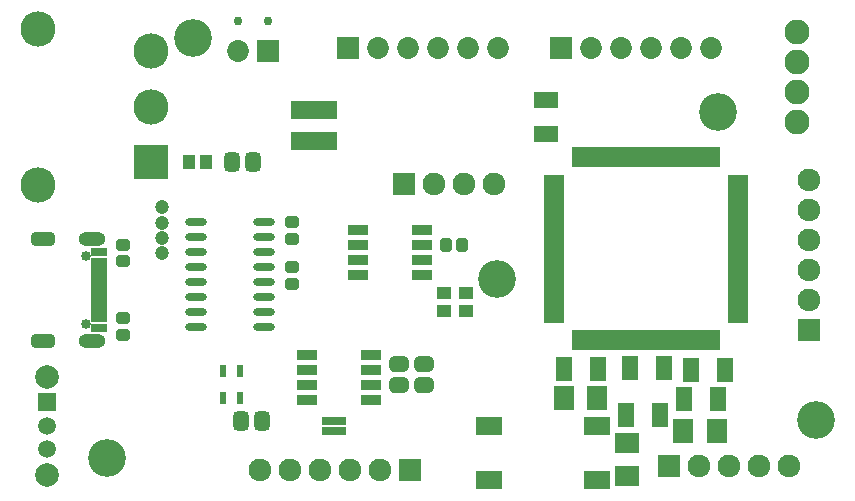
<source format=gts>
%FSLAX24Y24*%
%MOIN*%
%SFA1B1*%

%IPPOS*%
%AMD45*
4,1,8,0.032500,-0.011300,0.032500,0.011300,0.017200,0.026600,-0.017200,0.026600,-0.032500,0.011300,-0.032500,-0.011300,-0.017200,-0.026600,0.017200,-0.026600,0.032500,-0.011300,0.0*
1,1,0.030638,0.017200,-0.011300*
1,1,0.030638,0.017200,0.011300*
1,1,0.030638,-0.017200,0.011300*
1,1,0.030638,-0.017200,-0.011300*
%
%AMD46*
4,1,8,0.011800,0.019700,-0.011800,0.019700,-0.023700,0.007900,-0.023700,-0.007900,-0.011800,-0.019700,0.011800,-0.019700,0.023700,-0.007900,0.023700,0.007900,0.011800,0.019700,0.0*
1,1,0.023748,0.011800,0.007900*
1,1,0.023748,-0.011800,0.007900*
1,1,0.023748,-0.011800,-0.007900*
1,1,0.023748,0.011800,-0.007900*
%
%AMD54*
4,1,8,-0.019700,0.011800,-0.019700,-0.011800,-0.007900,-0.023700,0.007900,-0.023700,0.019700,-0.011800,0.019700,0.011800,0.007900,0.023700,-0.007900,0.023700,-0.019700,0.011800,0.0*
1,1,0.023748,-0.007900,0.011800*
1,1,0.023748,-0.007900,-0.011800*
1,1,0.023748,0.007900,-0.011800*
1,1,0.023748,0.007900,0.011800*
%
%AMD60*
4,1,8,-0.011300,-0.032500,0.011300,-0.032500,0.026600,-0.017200,0.026600,0.017200,0.011300,0.032500,-0.011300,0.032500,-0.026600,0.017200,-0.026600,-0.017200,-0.011300,-0.032500,0.0*
1,1,0.030638,-0.011300,-0.017200*
1,1,0.030638,0.011300,-0.017200*
1,1,0.030638,0.011300,0.017200*
1,1,0.030638,-0.011300,0.017200*
%
%AMD71*
4,1,8,0.025600,0.023700,-0.025600,0.023700,-0.039400,0.009800,-0.039400,-0.009800,-0.025600,-0.023700,0.025600,-0.023700,0.039400,-0.009800,0.039400,0.009800,0.025600,0.023700,0.0*
1,1,0.027685,0.025600,0.009800*
1,1,0.027685,-0.025600,0.009800*
1,1,0.027685,-0.025600,-0.009800*
1,1,0.027685,0.025600,-0.009800*
%
%ADD41C,0.047370*%
%ADD42R,0.043433X0.045401*%
%ADD43R,0.045401X0.043433*%
%ADD44R,0.153669X0.063118*%
G04~CAMADD=45~8~0.0~0.0~532.8~650.9~153.2~0.0~15~0.0~0.0~0.0~0.0~0~0.0~0.0~0.0~0.0~0~0.0~0.0~0.0~270.0~650.0~532.0*
%ADD45D45*%
G04~CAMADD=46~8~0.0~0.0~473.7~395.0~118.7~0.0~15~0.0~0.0~0.0~0.0~0~0.0~0.0~0.0~0.0~0~0.0~0.0~0.0~0.0~473.7~395.0*
%ADD46D46*%
%ADD47R,0.053275X0.078866*%
%ADD48R,0.090677X0.063118*%
%ADD49R,0.067055X0.019811*%
%ADD50R,0.019811X0.067055*%
%ADD51R,0.053275X0.031622*%
%ADD52R,0.053275X0.019811*%
%ADD53R,0.078866X0.053275*%
G04~CAMADD=54~8~0.0~0.0~473.7~395.0~118.7~0.0~15~0.0~0.0~0.0~0.0~0~0.0~0.0~0.0~0.0~0~0.0~0.0~0.0~90.0~396.0~473.0*
%ADD54D54*%
%ADD55R,0.070992X0.078866*%
%ADD56R,0.078866X0.070992*%
%ADD57R,0.024535X0.040283*%
%ADD58O,0.072701X0.026047*%
%ADD59R,0.068039X0.033590*%
G04~CAMADD=60~8~0.0~0.0~532.8~650.9~153.2~0.0~15~0.0~0.0~0.0~0.0~0~0.0~0.0~0.0~0.0~0~0.0~0.0~0.0~180.0~532.0~650.0*
%ADD60D60*%
%ADD61R,0.021779X0.027685*%
%ADD62C,0.126110*%
%ADD63C,0.075913*%
%ADD64R,0.075913X0.075913*%
%ADD65C,0.117252*%
%ADD66R,0.117252X0.117252*%
%ADD67C,0.078866*%
%ADD68C,0.059181*%
%ADD69R,0.059181X0.059181*%
%ADD70C,0.082803*%
G04~CAMADD=71~8~0.0~0.0~788.7~473.7~138.4~0.0~15~0.0~0.0~0.0~0.0~0~0.0~0.0~0.0~0.0~0~0.0~0.0~0.0~0.0~788.7~473.7*
%ADD71D71*%
%ADD72O,0.090677X0.047370*%
%ADD73C,0.033590*%
%ADD74C,0.072960*%
%ADD75R,0.072960X0.072960*%
%ADD76R,0.075913X0.075913*%
%ADD77C,0.029653*%
%LNpeoplecounter-1*%
%LPD*%
G54D41*
X4810Y9450D03*
Y8943D03*
Y8436D03*
Y7930D03*
G54D42*
X6305Y10960D03*
X5714D03*
G54D43*
X14950Y5994D03*
Y6585D03*
X14240Y5994D03*
Y6585D03*
G54D44*
X9890Y12681D03*
Y11658D03*
G54D45*
X12740Y4234D03*
Y3525D03*
X13570Y4234D03*
Y3525D03*
G54D46*
X9160Y8404D03*
Y8955D03*
X3543Y7644D03*
Y8195D03*
Y5755D03*
Y5204D03*
X9170Y7445D03*
Y6894D03*
G54D47*
X21430Y2520D03*
X20289D03*
X22449Y4040D03*
X23590D03*
X22219Y3060D03*
X23360D03*
X18219Y4070D03*
X19360D03*
X20429Y4080D03*
X21570D03*
G54D48*
X19311Y374D03*
X15728D03*
X19311Y2145D03*
X15728D03*
G54D49*
X17908Y10432D03*
Y10235D03*
Y10038D03*
Y9841D03*
Y9644D03*
Y9447D03*
Y9251D03*
Y9054D03*
Y8857D03*
Y8660D03*
Y8463D03*
Y8266D03*
Y8070D03*
Y7873D03*
Y7676D03*
Y7479D03*
Y7282D03*
Y7085D03*
Y6888D03*
Y6692D03*
Y6495D03*
Y6298D03*
Y6101D03*
Y5904D03*
Y5707D03*
X24011D03*
Y5904D03*
Y6101D03*
Y6298D03*
Y6495D03*
Y6692D03*
Y6888D03*
Y7085D03*
Y7282D03*
Y7479D03*
Y7676D03*
Y7873D03*
Y8070D03*
Y8266D03*
Y8463D03*
Y8660D03*
Y8857D03*
Y9054D03*
Y9251D03*
Y9447D03*
Y9644D03*
Y9841D03*
Y10038D03*
Y10235D03*
Y10432D03*
G54D50*
X18597Y5018D03*
X18794D03*
X18991D03*
X19188D03*
X19385D03*
X19582D03*
X19778D03*
X19975D03*
X20172D03*
X20369D03*
X20566D03*
X20763D03*
X20960D03*
X21156D03*
X21353D03*
X21550D03*
X21747D03*
X21944D03*
X22141D03*
X22337D03*
X22534D03*
X22731D03*
X22928D03*
X23125D03*
X23322D03*
Y11121D03*
X23125D03*
X22928D03*
X22731D03*
X22534D03*
X22337D03*
X22141D03*
X21944D03*
X21747D03*
X21550D03*
X21353D03*
X21156D03*
X20960D03*
X20763D03*
X20566D03*
X20369D03*
X20172D03*
X19975D03*
X19778D03*
X19582D03*
X19385D03*
X19188D03*
X18991D03*
X18794D03*
X18597D03*
G54D51*
X2717Y7952D03*
Y5433D03*
Y7637D03*
Y5748D03*
G54D52*
X2717Y6594D03*
Y6791D03*
Y6397D03*
Y6200D03*
Y6003D03*
Y6988D03*
Y7185D03*
Y7381D03*
G54D53*
X17630Y11889D03*
Y13030D03*
G54D54*
X14835Y8190D03*
X14284D03*
G54D55*
X23311Y2000D03*
X22208D03*
X18228Y3100D03*
X19331D03*
G54D56*
X20310Y478D03*
Y1581D03*
G54D57*
X6850Y3992D03*
Y3087D03*
X7410Y3992D03*
Y3087D03*
G54D58*
X8217Y5450D03*
Y5950D03*
Y6450D03*
Y6950D03*
Y7450D03*
Y7950D03*
Y8450D03*
Y8950D03*
X5955Y5450D03*
Y5950D03*
Y6450D03*
Y6950D03*
Y7450D03*
Y7950D03*
Y8450D03*
Y8950D03*
G54D59*
X9672Y3020D03*
Y3520D03*
Y4020D03*
Y4520D03*
X11807D03*
Y4020D03*
Y3520D03*
Y3020D03*
X11362Y7190D03*
Y7690D03*
Y8190D03*
Y8690D03*
X13497D03*
Y8190D03*
Y7690D03*
Y7190D03*
G54D60*
X7145Y10960D03*
X7854D03*
X7445Y2320D03*
X8154D03*
G54D61*
X10274Y2002D03*
Y2317D03*
X10471Y2002D03*
Y2317D03*
X10668Y2002D03*
Y2317D03*
X10865Y2002D03*
Y2317D03*
G54D62*
X15980Y7050D03*
X23350Y12640D03*
X26630Y2360D03*
X5860Y15090D03*
X2990Y1110D03*
G54D63*
X9090Y690D03*
X10090D03*
X11090D03*
X12090D03*
X8090D03*
X15879Y10236D03*
X14879D03*
X13879D03*
X26377Y9374D03*
Y8374D03*
Y7374D03*
Y6374D03*
Y10374D03*
X25740Y840D03*
X24740D03*
X23740D03*
X22740D03*
G54D64*
X13090Y690D03*
X12879Y10236D03*
X21740Y840D03*
G54D65*
X692Y15393D03*
Y10196D03*
X4444Y14645D03*
Y12795D03*
G54D66*
X4444Y10944D03*
G54D67*
X994Y531D03*
Y3799D03*
G54D68*
X994Y1377D03*
Y2165D03*
G54D69*
X994Y2952D03*
G54D70*
X25984Y12279D03*
Y13279D03*
Y14279D03*
Y15279D03*
G54D71*
X845Y8393D03*
Y4992D03*
G54D72*
X2491Y8393D03*
Y4992D03*
G54D73*
X2294Y5555D03*
Y7830D03*
G54D74*
X16023Y14763D03*
X15023D03*
X14023D03*
X13023D03*
X12023D03*
X23110D03*
X22110D03*
X21110D03*
X20110D03*
X19110D03*
X7374Y14657D03*
G54D75*
X11023Y14763D03*
X18110D03*
X8374Y14657D03*
G54D76*
X26377Y5374D03*
G54D77*
X7374Y15657D03*
X8374D03*
M02*
</source>
